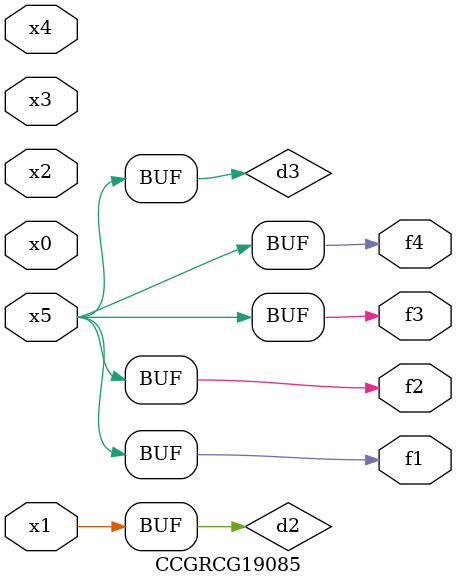
<source format=v>
module CCGRCG19085(
	input x0, x1, x2, x3, x4, x5,
	output f1, f2, f3, f4
);

	wire d1, d2, d3;

	not (d1, x5);
	or (d2, x1);
	xnor (d3, d1);
	assign f1 = d3;
	assign f2 = d3;
	assign f3 = d3;
	assign f4 = d3;
endmodule

</source>
